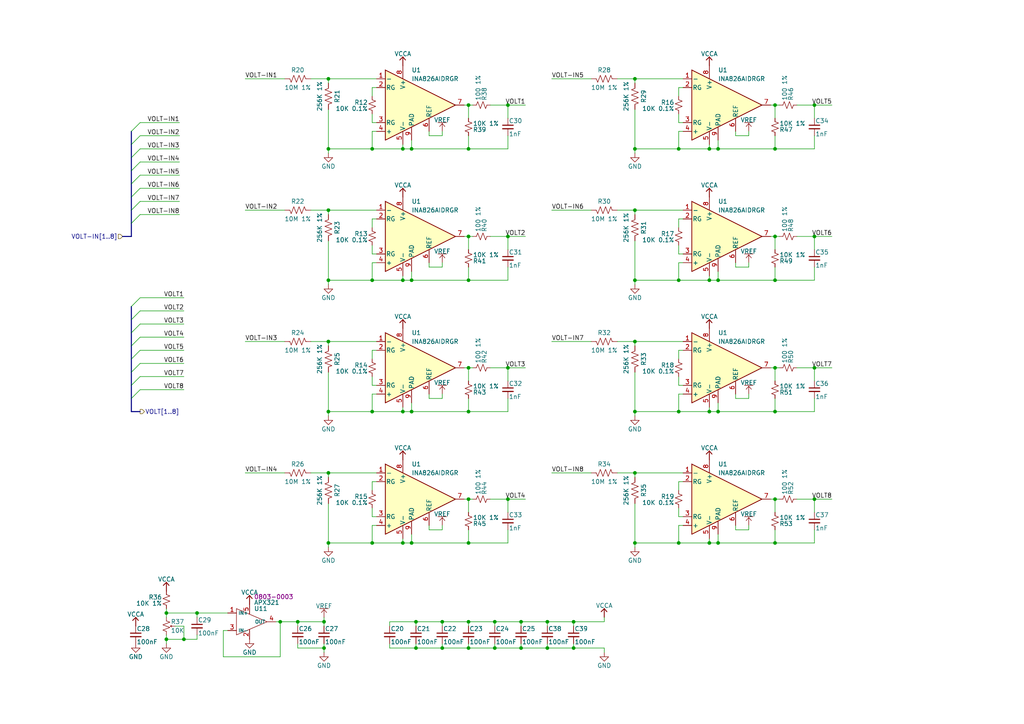
<source format=kicad_sch>
(kicad_sch (version 20230121) (generator eeschema)
  (paper "A4")
  (title_block (title "BenchyReloaded Volt Meters") (rev "REV1") (company "Daxxn Industries"))
  (lib_symbols
    (symbol "Daxxn_OPAMP:APX321"
      (property "Reference" "U" (at 5.08 3.81 0))
      (property "Value" "APX321" (at 5.08 5.588 0))
      (property "PartNumber" "0803-0003" (at 5.08 7.239 0))
      (symbol "APX321_0_0"
        (pin bidirectional line (at -2.54 2.54 0) (length 2.54) (name "IN+") (number "1"))
        (pin power_in line (at 3.81 -5.08 90) (length 2.82) (name "V-") (number "2"))
        (pin bidirectional line (at -2.54 -2.54 0) (length 2.54) (name "IN-") (number "3"))
        (pin bidirectional line (at 11.43 0 180) (length 2.54) (name "OUT") (number "4"))
        (pin power_in line (at 3.81 5.08 270) (length 2.82) (name "V+") (number "5"))
      )
    )
    (symbol "Daxxn_OPAMP:INA826AIDRGR" (pin_names (offset 0.2))
      (property "Reference" "U" (at 0 10.16 0))
      (property "Value" "INA826AIDRGR" (at 0 7.62 0))
      (symbol "INA826AIDRGR_1_1"
        (pin input line (at -11.43 7.62 0) (length 2.54) (name "-") (number "1"))
        (pin passive line (at -11.43 5.08 0) (length 2.54) (name "RG") (number "2"))
        (pin passive line (at -11.43 -5.08 0) (length 2.54) (name "RG") (number "3"))
        (pin input line (at -11.43 -7.62 0) (length 2.54) (name "+") (number "4"))
        (pin power_in line (at -3.81 -11.43 90) (length 3.81) (name "V-") (number "5"))
        (pin input line (at 3.81 -7.62 90) (length 3.81) (name "REF") (number "6"))
        (pin output line (at 13.97 0 180) (length 2.54) (name "~") (number "7"))
        (pin power_in line (at -3.81 11.43 270) (length 3.81) (name "V+") (number "8"))
        (pin power_in line (at -1.27 -10.16 90) (length 3.81) (name "PAD") (number "9"))
      )
    )
    (symbol "Daxxn_Other:R_Pot_Small_US" (pin_numbers hide) (pin_names (offset 0.254) hide)
      (property "Reference" "R" (at 1.27 1.27 0))
      (property "Value" "R_Pot_Small_US" (at 1.27 -1.27 0))
      (symbol "R_Pot_Small_US_1_1"
        (pin passive line (at 0 2.54 270) (length 1.016) (name "~") (number "1"))
        (pin passive line (at 2.54 0 180) (length 0.75) (name "~") (number "2"))
        (pin passive line (at 0 -2.54 90) (length 1.016) (name "~") (number "3"))
      )
    )
    (symbol "Daxxn_Power:VCCA" (power) (pin_names (offset 0))
      (property "Value" "VCCA" (at 0 3.429 0))
      (symbol "VCCA_1_1"
        (pin power_in line (at 0 0 90) (length 0) hide (name "VCCA") (number "1"))
      )
    )
    (symbol "Daxxn_Power:VREF" (power) (in_bom no) (on_board no)
      (property "Value" "VREF" (at 0 3.302 0))
      (symbol "VREF_0_0"
        (pin power_in line (at 0 0 90) (length 0) hide (name "VREF") (number "1"))
      )
    )
    (symbol "Device:C_Small" (pin_numbers hide) (pin_names (offset 0.254) hide)
      (property "Reference" "C" (at 0.254 1.778 0))
      (property "Value" "C_Small" (at 0.254 -2.032 0))
      (symbol "C_Small_1_1"
        (pin passive line (at 0 2.54 270) (length 2.032) (name "~") (number "1"))
        (pin passive line (at 0 -2.54 90) (length 2.032) (name "~") (number "2"))
      )
    )
    (symbol "Device:R_Small_US" (pin_numbers hide) (pin_names (offset 0.254) hide)
      (property "Reference" "R" (at 0.762 0.508 0))
      (property "Value" "R_Small_US" (at 0.762 -1.016 0))
      (symbol "R_Small_US_1_1"
        (pin passive line (at 0 2.54 270) (length 1.016) (name "~") (number "1"))
        (pin passive line (at 0 -2.54 90) (length 1.016) (name "~") (number "2"))
      )
    )
    (symbol "Device:R_US" (pin_numbers hide) (pin_names (offset 0))
      (property "Reference" "R" (at 2.54 0 90))
      (property "Value" "R_US" (at -2.54 0 90))
      (symbol "R_US_1_1"
        (pin passive line (at 0 3.81 270) (length 1.27) (name "~") (number "1"))
        (pin passive line (at 0 -3.81 90) (length 1.27) (name "~") (number "2"))
      )
    )
    (symbol "power:GND" (power) (pin_names (offset 0))
      (property "Value" "GND" (at 0 -3.81 0))
      (symbol "GND_1_1"
        (pin power_in line (at 0 0 270) (length 0) hide (name "GND") (number "1"))
      )
    )
  )
  (junction (at 57.15 177.8))
  (junction (at 107.95 157.48))
  (junction (at 120.65 187.96))
  (junction (at 93.98 180.34))
  (junction (at 208.28 81.28))
  (junction (at 205.74 43.18))
  (junction (at 135.89 180.34))
  (junction (at 184.15 137.16))
  (junction (at 95.25 119.38))
  (junction (at 166.37 180.34))
  (junction (at 184.15 22.86))
  (junction (at 184.15 99.06))
  (junction (at 208.28 119.38))
  (junction (at 116.84 119.38))
  (junction (at 135.89 30.48))
  (junction (at 95.25 81.28))
  (junction (at 158.75 180.34))
  (junction (at 208.28 43.18))
  (junction (at 151.13 180.34))
  (junction (at 135.89 81.28))
  (junction (at 196.85 43.18))
  (junction (at 151.13 187.96))
  (junction (at 107.95 81.28))
  (junction (at 196.85 81.28))
  (junction (at 95.25 43.18))
  (junction (at 116.84 157.48))
  (junction (at 224.79 119.38))
  (junction (at 143.51 180.34))
  (junction (at 205.74 81.28))
  (junction (at 135.89 187.96))
  (junction (at 236.22 30.48))
  (junction (at 95.25 99.06))
  (junction (at 205.74 119.38))
  (junction (at 224.79 43.18))
  (junction (at 135.89 157.48))
  (junction (at 205.74 157.48))
  (junction (at 119.38 119.38))
  (junction (at 120.65 180.34))
  (junction (at 147.32 106.68))
  (junction (at 184.15 60.96))
  (junction (at 147.32 30.48))
  (junction (at 224.79 81.28))
  (junction (at 224.79 30.48))
  (junction (at 95.25 137.16))
  (junction (at 184.15 81.28))
  (junction (at 236.22 106.68))
  (junction (at 107.95 119.38))
  (junction (at 95.25 157.48))
  (junction (at 81.28 180.34))
  (junction (at 135.89 106.68))
  (junction (at 95.25 22.86))
  (junction (at 224.79 106.68))
  (junction (at 143.51 187.96))
  (junction (at 196.85 157.48))
  (junction (at 135.89 43.18))
  (junction (at 224.79 157.48))
  (junction (at 86.36 180.34))
  (junction (at 128.27 187.96))
  (junction (at 116.84 81.28))
  (junction (at 107.95 43.18))
  (junction (at 208.28 157.48))
  (junction (at 119.38 81.28))
  (junction (at 184.15 43.18))
  (junction (at 196.85 119.38))
  (junction (at 48.26 185.42))
  (junction (at 48.26 177.8))
  (junction (at 184.15 119.38))
  (junction (at 53.34 185.42))
  (junction (at 158.75 187.96))
  (junction (at 224.79 144.78))
  (junction (at 119.38 43.18))
  (junction (at 184.15 157.48))
  (junction (at 166.37 187.96))
  (junction (at 135.89 119.38))
  (junction (at 116.84 43.18))
  (junction (at 119.38 157.48))
  (junction (at 135.89 144.78))
  (junction (at 93.98 187.96))
  (junction (at 236.22 144.78))
  (junction (at 128.27 180.34))
  (junction (at 147.32 68.58))
  (junction (at 224.79 68.58))
  (junction (at 236.22 68.58))
  (junction (at 147.32 144.78))
  (junction (at 95.25 60.96))
  (junction (at 135.89 68.58))
  (bus_entry (at 38.1 115.57) (size 2.54 -2.54))
  (bus_entry (at 38.1 45.72) (size 2.54 -2.54))
  (bus_entry (at 38.1 49.53) (size 2.54 -2.54))
  (bus_entry (at 38.1 41.91) (size 2.54 -2.54))
  (bus_entry (at 38.1 107.95) (size 2.54 -2.54))
  (bus_entry (at 38.1 53.34) (size 2.54 -2.54))
  (bus_entry (at 38.1 96.52) (size 2.54 -2.54))
  (bus_entry (at 38.1 64.77) (size 2.54 -2.54))
  (bus_entry (at 38.1 60.96) (size 2.54 -2.54))
  (bus_entry (at 38.1 111.76) (size 2.54 -2.54))
  (bus_entry (at 38.1 104.14) (size 2.54 -2.54))
  (bus_entry (at 38.1 88.9) (size 2.54 -2.54))
  (bus_entry (at 38.1 57.15) (size 2.54 -2.54))
  (bus_entry (at 38.1 92.71) (size 2.54 -2.54))
  (bus_entry (at 38.1 38.1) (size 2.54 -2.54))
  (bus_entry (at 38.1 100.33) (size 2.54 -2.54))
  (wire (pts (xy 151.13 187.96) (xy 151.13 186.69)))
  (wire (pts (xy 128.27 114.3) (xy 128.27 115.57)))
  (wire (pts (xy 40.64 58.42) (xy 52.07 58.42)))
  (wire (pts (xy 196.85 114.3) (xy 198.12 114.3)))
  (bus (pts (xy 38.1 64.77) (xy 38.1 68.58)))
  (wire (pts (xy 147.32 68.58) (xy 152.4 68.58)))
  (wire (pts (xy 107.95 38.1) (xy 109.22 38.1)))
  (wire (pts (xy 95.25 81.28) (xy 95.25 82.55)))
  (wire (pts (xy 107.95 147.32) (xy 107.95 149.86)))
  (wire (pts (xy 196.85 101.6) (xy 198.12 101.6)))
  (wire (pts (xy 213.36 115.57) (xy 217.17 115.57)))
  (bus (pts (xy 38.1 49.53) (xy 38.1 53.34)))
  (wire (pts (xy 107.95 139.7) (xy 109.22 139.7)))
  (wire (pts (xy 48.26 176.53) (xy 48.26 177.8)))
  (wire (pts (xy 71.12 60.96) (xy 82.55 60.96)))
  (wire (pts (xy 184.15 99.06) (xy 198.12 99.06)))
  (wire (pts (xy 40.64 90.17) (xy 53.34 90.17)))
  (wire (pts (xy 48.26 177.8) (xy 48.26 179.07)))
  (wire (pts (xy 236.22 30.48) (xy 236.22 34.29)))
  (wire (pts (xy 184.15 43.18) (xy 184.15 44.45)))
  (wire (pts (xy 135.89 115.57) (xy 135.89 119.38)))
  (wire (pts (xy 116.84 80.01) (xy 116.84 81.28)))
  (wire (pts (xy 147.32 68.58) (xy 147.32 72.39)))
  (wire (pts (xy 40.64 97.79) (xy 53.34 97.79)))
  (wire (pts (xy 236.22 144.78) (xy 241.3 144.78)))
  (wire (pts (xy 224.79 81.28) (xy 208.28 81.28)))
  (bus (pts (xy 38.1 104.14) (xy 38.1 107.95)))
  (wire (pts (xy 119.38 78.74) (xy 119.38 81.28)))
  (wire (pts (xy 124.46 38.1) (xy 124.46 39.37)))
  (wire (pts (xy 205.74 157.48) (xy 208.28 157.48)))
  (wire (pts (xy 196.85 71.12) (xy 196.85 73.66)))
  (wire (pts (xy 208.28 40.64) (xy 208.28 43.18)))
  (bus (pts (xy 38.1 38.1) (xy 38.1 41.91)))
  (wire (pts (xy 128.27 180.34) (xy 135.89 180.34)))
  (wire (pts (xy 107.95 101.6) (xy 109.22 101.6)))
  (wire (pts (xy 135.89 106.68) (xy 137.16 106.68)))
  (wire (pts (xy 196.85 25.4) (xy 198.12 25.4)))
  (wire (pts (xy 107.95 149.86) (xy 109.22 149.86)))
  (wire (pts (xy 224.79 39.37) (xy 224.79 43.18)))
  (wire (pts (xy 64.77 182.88) (xy 64.77 190.5)))
  (wire (pts (xy 231.14 30.48) (xy 236.22 30.48)))
  (wire (pts (xy 196.85 157.48) (xy 196.85 152.4)))
  (wire (pts (xy 205.74 118.11) (xy 205.74 119.38)))
  (wire (pts (xy 95.25 107.95) (xy 95.25 119.38)))
  (wire (pts (xy 119.38 154.94) (xy 119.38 157.48)))
  (wire (pts (xy 128.27 180.34) (xy 128.27 181.61)))
  (wire (pts (xy 143.51 187.96) (xy 151.13 187.96)))
  (wire (pts (xy 196.85 111.76) (xy 198.12 111.76)))
  (wire (pts (xy 50.8 181.61) (xy 53.34 181.61)))
  (wire (pts (xy 196.85 139.7) (xy 198.12 139.7)))
  (wire (pts (xy 107.95 111.76) (xy 109.22 111.76)))
  (wire (pts (xy 236.22 115.57) (xy 236.22 119.38)))
  (wire (pts (xy 217.17 39.37) (xy 217.17 38.1)))
  (wire (pts (xy 142.24 106.68) (xy 147.32 106.68)))
  (wire (pts (xy 208.28 78.74) (xy 208.28 81.28)))
  (bus (pts (xy 38.1 115.57) (xy 38.1 119.38)))
  (wire (pts (xy 184.15 137.16) (xy 179.07 137.16)))
  (wire (pts (xy 120.65 186.69) (xy 120.65 187.96)))
  (wire (pts (xy 135.89 119.38) (xy 119.38 119.38)))
  (bus (pts (xy 38.1 60.96) (xy 38.1 64.77)))
  (wire (pts (xy 53.34 185.42) (xy 48.26 185.42)))
  (wire (pts (xy 143.51 180.34) (xy 143.51 181.61)))
  (wire (pts (xy 196.85 73.66) (xy 198.12 73.66)))
  (wire (pts (xy 213.36 152.4) (xy 213.36 153.67)))
  (wire (pts (xy 184.15 60.96) (xy 179.07 60.96)))
  (wire (pts (xy 86.36 180.34) (xy 93.98 180.34)))
  (wire (pts (xy 57.15 177.8) (xy 66.04 177.8)))
  (wire (pts (xy 213.36 76.2) (xy 213.36 77.47)))
  (wire (pts (xy 116.84 118.11) (xy 116.84 119.38)))
  (wire (pts (xy 196.85 81.28) (xy 205.74 81.28)))
  (wire (pts (xy 217.17 152.4) (xy 217.17 153.67)))
  (wire (pts (xy 175.26 187.96) (xy 166.37 187.96)))
  (wire (pts (xy 71.12 137.16) (xy 82.55 137.16)))
  (wire (pts (xy 95.25 146.05) (xy 95.25 157.48)))
  (wire (pts (xy 113.03 187.96) (xy 120.65 187.96)))
  (wire (pts (xy 95.25 31.75) (xy 95.25 43.18)))
  (wire (pts (xy 135.89 34.29) (xy 135.89 30.48)))
  (wire (pts (xy 196.85 63.5) (xy 198.12 63.5)))
  (wire (pts (xy 236.22 77.47) (xy 236.22 81.28)))
  (wire (pts (xy 196.85 43.18) (xy 205.74 43.18)))
  (wire (pts (xy 107.95 43.18) (xy 116.84 43.18)))
  (wire (pts (xy 236.22 39.37) (xy 236.22 43.18)))
  (wire (pts (xy 95.25 60.96) (xy 95.25 62.23)))
  (wire (pts (xy 93.98 187.96) (xy 93.98 186.69)))
  (wire (pts (xy 147.32 115.57) (xy 147.32 119.38)))
  (wire (pts (xy 224.79 144.78) (xy 226.06 144.78)))
  (wire (pts (xy 107.95 43.18) (xy 107.95 38.1)))
  (wire (pts (xy 158.75 186.69) (xy 158.75 187.96)))
  (wire (pts (xy 147.32 77.47) (xy 147.32 81.28)))
  (wire (pts (xy 224.79 72.39) (xy 224.79 68.58)))
  (wire (pts (xy 40.64 62.23) (xy 52.07 62.23)))
  (wire (pts (xy 147.32 81.28) (xy 135.89 81.28)))
  (wire (pts (xy 158.75 180.34) (xy 151.13 180.34)))
  (wire (pts (xy 135.89 187.96) (xy 143.51 187.96)))
  (wire (pts (xy 107.95 109.22) (xy 107.95 111.76)))
  (wire (pts (xy 184.15 81.28) (xy 196.85 81.28)))
  (wire (pts (xy 160.02 60.96) (xy 171.45 60.96)))
  (wire (pts (xy 175.26 187.96) (xy 175.26 189.23)))
  (wire (pts (xy 40.64 43.18) (xy 52.07 43.18)))
  (wire (pts (xy 135.89 157.48) (xy 147.32 157.48)))
  (wire (pts (xy 135.89 180.34) (xy 135.89 181.61)))
  (wire (pts (xy 135.89 186.69) (xy 135.89 187.96)))
  (wire (pts (xy 147.32 153.67) (xy 147.32 157.48)))
  (wire (pts (xy 81.28 190.5) (xy 81.28 180.34)))
  (wire (pts (xy 95.25 69.85) (xy 95.25 81.28)))
  (wire (pts (xy 124.46 153.67) (xy 128.27 153.67)))
  (wire (pts (xy 107.95 25.4) (xy 109.22 25.4)))
  (wire (pts (xy 143.51 180.34) (xy 151.13 180.34)))
  (wire (pts (xy 205.74 43.18) (xy 208.28 43.18)))
  (wire (pts (xy 147.32 39.37) (xy 147.32 43.18)))
  (wire (pts (xy 120.65 180.34) (xy 128.27 180.34)))
  (wire (pts (xy 166.37 186.69) (xy 166.37 187.96)))
  (wire (pts (xy 66.04 182.88) (xy 64.77 182.88)))
  (wire (pts (xy 147.32 144.78) (xy 147.32 148.59)))
  (wire (pts (xy 236.22 68.58) (xy 236.22 72.39)))
  (wire (pts (xy 208.28 154.94) (xy 208.28 157.48)))
  (wire (pts (xy 124.46 39.37) (xy 128.27 39.37)))
  (wire (pts (xy 86.36 180.34) (xy 86.36 181.61)))
  (wire (pts (xy 217.17 115.57) (xy 217.17 114.3)))
  (wire (pts (xy 40.64 50.8) (xy 52.07 50.8)))
  (wire (pts (xy 57.15 177.8) (xy 57.15 179.07)))
  (wire (pts (xy 95.25 137.16) (xy 90.17 137.16)))
  (wire (pts (xy 40.64 101.6) (xy 53.34 101.6)))
  (wire (pts (xy 107.95 139.7) (xy 107.95 142.24)))
  (bus (pts (xy 40.64 119.38) (xy 38.1 119.38)))
  (wire (pts (xy 135.89 144.78) (xy 137.16 144.78)))
  (wire (pts (xy 224.79 148.59) (xy 224.79 144.78)))
  (wire (pts (xy 95.25 22.86) (xy 109.22 22.86)))
  (wire (pts (xy 135.89 72.39) (xy 135.89 68.58)))
  (wire (pts (xy 224.79 106.68) (xy 226.06 106.68)))
  (wire (pts (xy 116.84 41.91) (xy 116.84 43.18)))
  (bus (pts (xy 38.1 53.34) (xy 38.1 57.15)))
  (wire (pts (xy 231.14 144.78) (xy 236.22 144.78)))
  (wire (pts (xy 128.27 39.37) (xy 128.27 38.1)))
  (wire (pts (xy 81.28 180.34) (xy 86.36 180.34)))
  (wire (pts (xy 135.89 148.59) (xy 135.89 144.78)))
  (wire (pts (xy 40.64 86.36) (xy 53.34 86.36)))
  (wire (pts (xy 142.24 30.48) (xy 147.32 30.48)))
  (wire (pts (xy 135.89 81.28) (xy 119.38 81.28)))
  (wire (pts (xy 95.25 157.48) (xy 107.95 157.48)))
  (wire (pts (xy 40.64 105.41) (xy 53.34 105.41)))
  (wire (pts (xy 120.65 187.96) (xy 128.27 187.96)))
  (wire (pts (xy 184.15 119.38) (xy 196.85 119.38)))
  (wire (pts (xy 160.02 137.16) (xy 171.45 137.16)))
  (wire (pts (xy 48.26 177.8) (xy 57.15 177.8)))
  (wire (pts (xy 48.26 185.42) (xy 48.26 186.69)))
  (bus (pts (xy 38.1 111.76) (xy 38.1 115.57)))
  (wire (pts (xy 196.85 101.6) (xy 196.85 104.14)))
  (wire (pts (xy 107.95 119.38) (xy 107.95 114.3)))
  (wire (pts (xy 53.34 181.61) (xy 53.34 185.42)))
  (wire (pts (xy 107.95 73.66) (xy 109.22 73.66)))
  (wire (pts (xy 40.64 113.03) (xy 53.34 113.03)))
  (wire (pts (xy 184.15 69.85) (xy 184.15 81.28)))
  (wire (pts (xy 134.62 30.48) (xy 135.89 30.48)))
  (wire (pts (xy 95.25 157.48) (xy 95.25 158.75)))
  (wire (pts (xy 196.85 147.32) (xy 196.85 149.86)))
  (wire (pts (xy 40.64 93.98) (xy 53.34 93.98)))
  (wire (pts (xy 135.89 30.48) (xy 137.16 30.48)))
  (wire (pts (xy 175.26 179.07) (xy 175.26 180.34)))
  (wire (pts (xy 196.85 43.18) (xy 196.85 38.1)))
  (wire (pts (xy 95.25 60.96) (xy 90.17 60.96)))
  (wire (pts (xy 113.03 186.69) (xy 113.03 187.96)))
  (wire (pts (xy 95.25 119.38) (xy 95.25 120.65)))
  (wire (pts (xy 158.75 181.61) (xy 158.75 180.34)))
  (wire (pts (xy 143.51 186.69) (xy 143.51 187.96)))
  (wire (pts (xy 184.15 137.16) (xy 184.15 138.43)))
  (wire (pts (xy 116.84 43.18) (xy 119.38 43.18)))
  (wire (pts (xy 217.17 77.47) (xy 217.17 76.2)))
  (wire (pts (xy 213.36 38.1) (xy 213.36 39.37)))
  (wire (pts (xy 135.89 68.58) (xy 137.16 68.58)))
  (wire (pts (xy 95.25 81.28) (xy 107.95 81.28)))
  (wire (pts (xy 124.46 77.47) (xy 128.27 77.47)))
  (wire (pts (xy 196.85 63.5) (xy 196.85 66.04)))
  (wire (pts (xy 40.64 35.56) (xy 52.07 35.56)))
  (wire (pts (xy 213.36 77.47) (xy 217.17 77.47)))
  (wire (pts (xy 116.84 157.48) (xy 119.38 157.48)))
  (wire (pts (xy 107.95 71.12) (xy 107.95 73.66)))
  (wire (pts (xy 224.79 115.57) (xy 224.79 119.38)))
  (wire (pts (xy 147.32 30.48) (xy 152.4 30.48)))
  (wire (pts (xy 135.89 110.49) (xy 135.89 106.68)))
  (wire (pts (xy 107.95 119.38) (xy 95.25 119.38)))
  (wire (pts (xy 196.85 109.22) (xy 196.85 111.76)))
  (wire (pts (xy 124.46 76.2) (xy 124.46 77.47)))
  (wire (pts (xy 224.79 77.47) (xy 224.79 81.28)))
  (wire (pts (xy 205.74 41.91) (xy 205.74 43.18)))
  (wire (pts (xy 166.37 180.34) (xy 166.37 181.61)))
  (wire (pts (xy 128.27 77.47) (xy 128.27 76.2)))
  (wire (pts (xy 224.79 119.38) (xy 208.28 119.38)))
  (wire (pts (xy 224.79 34.29) (xy 224.79 30.48)))
  (wire (pts (xy 196.85 25.4) (xy 196.85 27.94)))
  (wire (pts (xy 160.02 99.06) (xy 171.45 99.06)))
  (wire (pts (xy 184.15 81.28) (xy 184.15 82.55)))
  (wire (pts (xy 80.01 180.34) (xy 81.28 180.34)))
  (bus (pts (xy 38.1 57.15) (xy 38.1 60.96)))
  (wire (pts (xy 95.25 22.86) (xy 95.25 24.13)))
  (wire (pts (xy 158.75 187.96) (xy 151.13 187.96)))
  (wire (pts (xy 124.46 152.4) (xy 124.46 153.67)))
  (wire (pts (xy 116.84 119.38) (xy 119.38 119.38)))
  (wire (pts (xy 184.15 99.06) (xy 179.07 99.06)))
  (wire (pts (xy 134.62 144.78) (xy 135.89 144.78)))
  (wire (pts (xy 224.79 68.58) (xy 226.06 68.58)))
  (wire (pts (xy 57.15 184.15) (xy 57.15 185.42)))
  (wire (pts (xy 205.74 80.01) (xy 205.74 81.28)))
  (wire (pts (xy 208.28 116.84) (xy 208.28 119.38)))
  (wire (pts (xy 71.12 99.06) (xy 82.55 99.06)))
  (bus (pts (xy 38.1 100.33) (xy 38.1 104.14)))
  (wire (pts (xy 107.95 81.28) (xy 116.84 81.28)))
  (wire (pts (xy 107.95 152.4) (xy 107.95 157.48)))
  (wire (pts (xy 184.15 157.48) (xy 196.85 157.48)))
  (wire (pts (xy 134.62 106.68) (xy 135.89 106.68)))
  (wire (pts (xy 116.84 81.28) (xy 119.38 81.28)))
  (wire (pts (xy 107.95 63.5) (xy 107.95 66.04)))
  (wire (pts (xy 196.85 38.1) (xy 198.12 38.1)))
  (wire (pts (xy 107.95 114.3) (xy 109.22 114.3)))
  (wire (pts (xy 95.25 43.18) (xy 95.25 44.45)))
  (wire (pts (xy 95.25 22.86) (xy 90.17 22.86)))
  (wire (pts (xy 64.77 190.5) (xy 81.28 190.5)))
  (wire (pts (xy 107.95 81.28) (xy 107.95 76.2)))
  (wire (pts (xy 184.15 146.05) (xy 184.15 157.48)))
  (wire (pts (xy 107.95 33.02) (xy 107.95 35.56)))
  (wire (pts (xy 107.95 157.48) (xy 116.84 157.48)))
  (wire (pts (xy 224.79 157.48) (xy 208.28 157.48)))
  (wire (pts (xy 224.79 43.18) (xy 208.28 43.18)))
  (wire (pts (xy 93.98 187.96) (xy 93.98 189.23)))
  (wire (pts (xy 224.79 153.67) (xy 224.79 157.48)))
  (wire (pts (xy 147.32 144.78) (xy 152.4 144.78)))
  (wire (pts (xy 142.24 68.58) (xy 147.32 68.58)))
  (wire (pts (xy 147.32 30.48) (xy 147.32 34.29)))
  (wire (pts (xy 135.89 180.34) (xy 143.51 180.34)))
  (wire (pts (xy 135.89 77.47) (xy 135.89 81.28)))
  (wire (pts (xy 184.15 60.96) (xy 184.15 62.23)))
  (bus (pts (xy 38.1 92.71) (xy 38.1 96.52)))
  (wire (pts (xy 124.46 115.57) (xy 128.27 115.57)))
  (wire (pts (xy 231.14 106.68) (xy 236.22 106.68)))
  (wire (pts (xy 107.95 76.2) (xy 109.22 76.2)))
  (wire (pts (xy 95.25 137.16) (xy 95.25 138.43)))
  (bus (pts (xy 38.1 41.91) (xy 38.1 45.72)))
  (wire (pts (xy 224.79 43.18) (xy 236.22 43.18)))
  (wire (pts (xy 40.64 39.37) (xy 52.07 39.37)))
  (wire (pts (xy 119.38 40.64) (xy 119.38 43.18)))
  (wire (pts (xy 120.65 180.34) (xy 120.65 181.61)))
  (bus (pts (xy 38.1 88.9) (xy 38.1 92.71)))
  (wire (pts (xy 95.25 60.96) (xy 109.22 60.96)))
  (wire (pts (xy 236.22 30.48) (xy 241.3 30.48)))
  (wire (pts (xy 93.98 180.34) (xy 93.98 181.61)))
  (wire (pts (xy 116.84 156.21) (xy 116.84 157.48)))
  (wire (pts (xy 184.15 22.86) (xy 198.12 22.86)))
  (wire (pts (xy 213.36 39.37) (xy 217.17 39.37)))
  (wire (pts (xy 184.15 22.86) (xy 179.07 22.86)))
  (wire (pts (xy 107.95 25.4) (xy 107.95 27.94)))
  (wire (pts (xy 119.38 116.84) (xy 119.38 119.38)))
  (wire (pts (xy 93.98 179.07) (xy 93.98 180.34)))
  (wire (pts (xy 184.15 119.38) (xy 184.15 120.65)))
  (wire (pts (xy 184.15 22.86) (xy 184.15 24.13)))
  (wire (pts (xy 113.03 180.34) (xy 120.65 180.34)))
  (wire (pts (xy 95.25 137.16) (xy 109.22 137.16)))
  (wire (pts (xy 107.95 63.5) (xy 109.22 63.5)))
  (wire (pts (xy 223.52 144.78) (xy 224.79 144.78)))
  (wire (pts (xy 86.36 186.69) (xy 86.36 187.96)))
  (wire (pts (xy 224.79 81.28) (xy 236.22 81.28)))
  (wire (pts (xy 223.52 106.68) (xy 224.79 106.68)))
  (wire (pts (xy 196.85 33.02) (xy 196.85 35.56)))
  (wire (pts (xy 57.15 185.42) (xy 53.34 185.42)))
  (wire (pts (xy 223.52 68.58) (xy 224.79 68.58)))
  (wire (pts (xy 86.36 187.96) (xy 93.98 187.96)))
  (wire (pts (xy 196.85 43.18) (xy 184.15 43.18)))
  (wire (pts (xy 224.79 30.48) (xy 226.06 30.48)))
  (wire (pts (xy 135.89 43.18) (xy 119.38 43.18)))
  (wire (pts (xy 134.62 68.58) (xy 135.89 68.58)))
  (wire (pts (xy 184.15 157.48) (xy 184.15 158.75)))
  (wire (pts (xy 151.13 180.34) (xy 151.13 181.61)))
  (bus (pts (xy 38.1 45.72) (xy 38.1 49.53)))
  (wire (pts (xy 147.32 43.18) (xy 135.89 43.18)))
  (wire (pts (xy 142.24 144.78) (xy 147.32 144.78)))
  (wire (pts (xy 196.85 139.7) (xy 196.85 142.24)))
  (wire (pts (xy 184.15 31.75) (xy 184.15 43.18)))
  (wire (pts (xy 95.25 99.06) (xy 95.25 100.33)))
  (bus (pts (xy 35.56 68.58) (xy 38.1 68.58)))
  (wire (pts (xy 128.27 153.67) (xy 128.27 152.4)))
  (wire (pts (xy 147.32 106.68) (xy 147.32 110.49)))
  (wire (pts (xy 175.26 180.34) (xy 166.37 180.34)))
  (wire (pts (xy 236.22 106.68) (xy 236.22 110.49)))
  (wire (pts (xy 224.79 157.48) (xy 236.22 157.48)))
  (wire (pts (xy 135.89 39.37) (xy 135.89 43.18)))
  (wire (pts (xy 184.15 60.96) (xy 198.12 60.96)))
  (wire (pts (xy 184.15 137.16) (xy 198.12 137.16)))
  (wire (pts (xy 95.25 99.06) (xy 90.17 99.06)))
  (wire (pts (xy 236.22 106.68) (xy 241.3 106.68)))
  (wire (pts (xy 40.64 109.22) (xy 53.34 109.22)))
  (wire (pts (xy 213.36 153.67) (xy 217.17 153.67)))
  (wire (pts (xy 231.14 68.58) (xy 236.22 68.58)))
  (wire (pts (xy 184.15 99.06) (xy 184.15 100.33)))
  (wire (pts (xy 236.22 153.67) (xy 236.22 157.48)))
  (wire (pts (xy 196.85 149.86) (xy 198.12 149.86)))
  (bus (pts (xy 38.1 96.52) (xy 38.1 100.33)))
  (wire (pts (xy 135.89 119.38) (xy 147.32 119.38)))
  (wire (pts (xy 196.85 81.28) (xy 196.85 76.2)))
  (wire (pts (xy 196.85 152.4) (xy 198.12 152.4)))
  (wire (pts (xy 213.36 114.3) (xy 213.36 115.57)))
  (wire (pts (xy 160.02 22.86) (xy 171.45 22.86)))
  (wire (pts (xy 107.95 101.6) (xy 107.95 104.14)))
  (wire (pts (xy 40.64 54.61) (xy 52.07 54.61)))
  (wire (pts (xy 236.22 68.58) (xy 241.3 68.58)))
  (wire (pts (xy 71.12 22.86) (xy 82.55 22.86)))
  (wire (pts (xy 40.64 46.99) (xy 52.07 46.99)))
  (wire (pts (xy 224.79 119.38) (xy 236.22 119.38)))
  (wire (pts (xy 196.85 35.56) (xy 198.12 35.56)))
  (wire (pts (xy 223.52 30.48) (xy 224.79 30.48)))
  (wire (pts (xy 48.26 184.15) (xy 48.26 185.42)))
  (wire (pts (xy 196.85 157.48) (xy 205.74 157.48)))
  (wire (pts (xy 196.85 119.38) (xy 196.85 114.3)))
  (wire (pts (xy 158.75 180.34) (xy 166.37 180.34)))
  (bus (pts (xy 38.1 107.95) (xy 38.1 111.76)))
  (wire (pts (xy 95.25 99.06) (xy 109.22 99.06)))
  (wire (pts (xy 128.27 187.96) (xy 135.89 187.96)))
  (wire (pts (xy 205.74 156.21) (xy 205.74 157.48)))
  (wire (pts (xy 124.46 114.3) (xy 124.46 115.57)))
  (wire (pts (xy 113.03 181.61) (xy 113.03 180.34)))
  (wire (pts (xy 135.89 157.48) (xy 119.38 157.48)))
  (wire (pts (xy 107.95 43.18) (xy 95.25 43.18)))
  (wire (pts (xy 224.79 110.49) (xy 224.79 106.68)))
  (wire (pts (xy 205.74 119.38) (xy 208.28 119.38)))
  (wire (pts (xy 236.22 144.78) (xy 236.22 148.59)))
  (wire (pts (xy 184.15 107.95) (xy 184.15 119.38)))
  (wire (pts (xy 205.74 81.28) (xy 208.28 81.28)))
  (wire (pts (xy 147.32 106.68) (xy 152.4 106.68)))
  (wire (pts (xy 107.95 119.38) (xy 116.84 119.38)))
  (wire (pts (xy 196.85 76.2) (xy 198.12 76.2)))
  (wire (pts (xy 196.85 119.38) (xy 205.74 119.38)))
  (wire (pts (xy 135.89 153.67) (xy 135.89 157.48)))
  (wire (pts (xy 109.22 152.4) (xy 107.95 152.4)))
  (wire (pts (xy 158.75 187.96) (xy 166.37 187.96)))
  (wire (pts (xy 128.27 186.69) (xy 128.27 187.96)))
  (wire (pts (xy 107.95 35.56) (xy 109.22 35.56)))
  (label "VOLT-IN2" (at 71.12 60.96 0))
  (label "VOLT-IN1" (at 71.12 22.86 0))
  (label "VOLT-IN4" (at 52.07 46.99 180))
  (label "VOLT2" (at 53.34 90.17 180))
  (label "VOLT8" (at 53.34 113.03 180))
  (label "VOLT-IN6" (at 52.07 54.61 180))
  (label "VOLT5" (at 53.34 101.6 180))
  (label "VOLT-IN5" (at 160.02 22.86 0))
  (label "VOLT7" (at 53.34 109.22 180))
  (label "VOLT-IN8" (at 52.07 62.23 180))
  (label "VOLT-IN7" (at 52.07 58.42 180))
  (label "VOLT4" (at 53.34 97.79 180))
  (label "VOLT5" (at 241.3 30.48 180))
  (label "VOLT7" (at 241.3 106.68 180))
  (label "VOLT-IN2" (at 52.07 39.37 180))
  (label "VOLT-IN1" (at 52.07 35.56 180))
  (label "VOLT-IN3" (at 71.12 99.06 0))
  (label "VOLT-IN6" (at 160.02 60.96 0))
  (label "VOLT3" (at 152.4 106.68 180))
  (label "VOLT6" (at 241.3 68.58 180))
  (label "VOLT1" (at 53.34 86.36 180))
  (label "VOLT-IN4" (at 71.12 137.16 0))
  (label "VOLT-IN3" (at 52.07 43.18 180))
  (label "VOLT-IN8" (at 160.02 137.16 0))
  (label "VOLT-IN7" (at 160.02 99.06 0))
  (label "VOLT-IN5" (at 52.07 50.8 180))
  (label "VOLT3" (at 53.34 93.98 180))
  (label "VOLT4" (at 152.4 144.78 180))
  (label "VOLT1" (at 152.4 30.48 180))
  (label "VOLT2" (at 152.4 68.58 180))
  (label "VOLT8" (at 241.3 144.78 180))
  (label "VOLT6" (at 53.34 105.41 180))
  (hierarchical_label "VOLT[1..8]" (shape output) (at 40.64 119.38 0))
  (hierarchical_label "VOLT-IN[1..8]" (shape input) (at 35.56 68.58 180))
  (symbol (lib_id "Device:R_Small_US") (at 224.79 151.13 0) (unit 1)
    (property "Reference" "R53" (at 226.06 151.892 0) (effects (justify left)))
    (property "Value" "10K 1%" (at 226.06 150.114 0) (effects (justify left)))
    (property "Footprint" "Resistor_SMD:R_0402_1005Metric" (effects hide))
  )
  (symbol (lib_id "Device:C_Small") (at 151.13 184.15 0) (unit 1)
    (property "Reference" "C25" (at 151.384 182.372 0) (effects (justify left)))
    (property "Value" "100nF" (at 151.384 186.182 0) (effects (justify left)))
    (property "Footprint" "Capacitor_SMD:C_0402_1005Metric" (effects hide))
  )
  (symbol (lib_id "Daxxn_OPAMP:INA826AIDRGR") (at 209.55 68.58 0) (unit 1)
    (property "Reference" "U1" (at 208.28 58.42 0) (effects (justify left)))
    (property "Value" "INA826AIDRGR" (at 208.28 60.96 0) (effects (justify left)))
    (property "Footprint" "Daxxn_Packages:Texas_S-PWSON-N8_EP1.2x2mm" (effects hide))
    (property "Datasheet" "https://www.ti.com/lit/ds/symlink/ina826.pdf?HQS=dis-dk-null-digikeymode-dsf-pf-null-wwe&ts=1678579631134&ref_url=https%253A%252F%252Fwww.ti.com%252Fgeneral%252Fdocs%252Fsuppproductinfo.tsp%253FdistId%253D10%2526gotoUrl%253Dhttps%253A%252F%252Fwww.ti.com%252Flit%252Fgpn%252Fina826" (effects hide))
    (instances (project "BenchyVoltMeters" (path "" (reference "U1") (unit 1)) (path "" (reference "U6") (unit 1))))
  )
  (symbol (lib_id "Daxxn_Power:VCCA") (at 116.84 95.25 0) (unit 1)
    (property "Reference" "#PWR031" (effects hide))
    (property "Value" "VCCA" (at 116.84 91.821 0))
  )
  (symbol (lib_id "Daxxn_OPAMP:INA826AIDRGR") (at 120.65 144.78 0) (unit 1)
    (property "Reference" "U1" (at 119.38 134.62 0) (effects (justify left)))
    (property "Value" "INA826AIDRGR" (at 119.38 137.16 0) (effects (justify left)))
    (property "Footprint" "Daxxn_Packages:Texas_S-PWSON-N8_EP1.2x2mm" (effects hide))
    (property "Datasheet" "https://www.ti.com/lit/ds/symlink/ina826.pdf?HQS=dis-dk-null-digikeymode-dsf-pf-null-wwe&ts=1678579631134&ref_url=https%253A%252F%252Fwww.ti.com%252Fgeneral%252Fdocs%252Fsuppproductinfo.tsp%253FdistId%253D10%2526gotoUrl%253Dhttps%253A%252F%252Fwww.ti.com%252Flit%252Fgpn%252Fina826" (effects hide))
    (instances (project "BenchyVoltMeters" (path "" (reference "U1") (unit 1)) (path "" (reference "U4") (unit 1))))
  )
  (symbol (lib_id "Device:C_Small") (at 147.32 151.13 0) (unit 1)
    (property "Reference" "C33" (at 147.574 149.352 0) (effects (justify left)))
    (property "Value" "1nF" (at 147.574 153.162 0) (effects (justify left)))
    (property "Footprint" "Capacitor_SMD:C_0402_1005Metric" (effects hide))
  )
  (symbol (lib_id "Daxxn_OPAMP:INA826AIDRGR") (at 120.65 30.48 0) (unit 1)
    (property "Reference" "U1" (at 119.38 20.32 0) (effects (justify left)))
    (property "Value" "INA826AIDRGR" (at 119.38 22.86 0) (effects (justify left)))
    (property "Footprint" "Daxxn_Packages:Texas_S-PWSON-N8_EP1.2x2mm" (effects hide))
    (property "Datasheet" "https://www.ti.com/lit/ds/symlink/ina826.pdf?HQS=dis-dk-null-digikeymode-dsf-pf-null-wwe&ts=1678579631134&ref_url=https%253A%252F%252Fwww.ti.com%252Fgeneral%252Fdocs%252Fsuppproductinfo.tsp%253FdistId%253D10%2526gotoUrl%253Dhttps%253A%252F%252Fwww.ti.com%252Flit%252Fgpn%252Fina826" (effects hide))
  )
  (symbol (lib_id "Device:C_Small") (at 236.22 36.83 0) (unit 1)
    (property "Reference" "C34" (at 236.474 35.052 0) (effects (justify left)))
    (property "Value" "1nF" (at 236.474 38.862 0) (effects (justify left)))
    (property "Footprint" "Capacitor_SMD:C_0402_1005Metric" (effects hide))
  )
  (symbol (lib_id "Daxxn_Power:VREF") (at 128.27 152.4 0) (unit 1) (in_bom no) (on_board no)
    (property "Reference" "#PWR049" (effects hide))
    (property "Value" "VREF" (at 128.27 149.098 0))
  )
  (symbol (lib_id "Device:R_US") (at 95.25 104.14 0) (mirror x) (unit 1)
    (property "Reference" "R25" (at 97.79 104.14 90))
    (property "Value" "256K 1%" (at 92.71 104.14 90))
    (property "Footprint" "Resistor_SMD:R_0805_2012Metric" (effects hide))
  )
  (symbol (lib_id "Device:C_Small") (at 128.27 184.15 0) (unit 1)
    (property "Reference" "C22" (at 128.524 182.372 0) (effects (justify left)))
    (property "Value" "100nF" (at 128.524 186.182 0) (effects (justify left)))
    (property "Footprint" "Capacitor_SMD:C_0402_1005Metric" (effects hide))
  )
  (symbol (lib_id "Device:C_Small") (at 135.89 184.15 0) (unit 1)
    (property "Reference" "C23" (at 136.144 182.372 0) (effects (justify left)))
    (property "Value" "100nF" (at 136.144 186.182 0) (effects (justify left)))
    (property "Footprint" "Capacitor_SMD:C_0402_1005Metric" (effects hide))
  )
  (symbol (lib_id "Daxxn_Power:VCCA") (at 205.74 133.35 0) (unit 1)
    (property "Reference" "#PWR033" (effects hide))
    (property "Value" "VCCA" (at 205.74 129.921 0))
  )
  (symbol (lib_id "Daxxn_Power:VCCA") (at 116.84 57.15 0) (unit 1)
    (property "Reference" "#PWR030" (effects hide))
    (property "Value" "VCCA" (at 116.84 53.721 0))
  )
  (symbol (lib_id "Device:C_Small") (at 236.22 113.03 0) (unit 1)
    (property "Reference" "C36" (at 236.474 111.252 0) (effects (justify left)))
    (property "Value" "1nF" (at 236.474 115.062 0) (effects (justify left)))
    (property "Footprint" "Capacitor_SMD:C_0402_1005Metric" (effects hide))
  )
  (symbol (lib_id "Device:R_Small_US") (at 224.79 74.93 0) (unit 1)
    (property "Reference" "R49" (at 226.06 75.692 0) (effects (justify left)))
    (property "Value" "10K 1%" (at 226.06 73.914 0) (effects (justify left)))
    (property "Footprint" "Resistor_SMD:R_0402_1005Metric" (effects hide))
  )
  (symbol (lib_id "Daxxn_Power:VCCA") (at 72.39 175.26 0) (unit 1)
    (property "Reference" "#PWR036" (effects hide))
    (property "Value" "VCCA" (at 72.39 171.831 0))
  )
  (symbol (lib_id "Device:C_Small") (at 113.03 184.15 0) (unit 1)
    (property "Reference" "C20" (at 113.284 182.372 0) (effects (justify left)))
    (property "Value" "100nF" (at 113.284 186.182 0) (effects (justify left)))
    (property "Footprint" "Capacitor_SMD:C_0402_1005Metric" (effects hide))
  )
  (symbol (lib_id "Daxxn_Power:VCCA") (at 205.74 95.25 0) (unit 1)
    (property "Reference" "#PWR032" (effects hide))
    (property "Value" "VCCA" (at 205.74 91.821 0))
  )
  (symbol (lib_id "Device:R_US") (at 184.15 104.14 0) (mirror x) (unit 1)
    (property "Reference" "R33" (at 186.69 104.14 90))
    (property "Value" "256K 1%" (at 181.61 104.14 90))
    (property "Footprint" "Resistor_SMD:R_0805_2012Metric" (effects hide))
  )
  (symbol (lib_id "Daxxn_Power:VCCA") (at 116.84 133.35 0) (unit 1)
    (property "Reference" "#PWR034" (effects hide))
    (property "Value" "VCCA" (at 116.84 129.921 0))
  )
  (symbol (lib_id "Device:R_Small_US") (at 135.89 113.03 0) (unit 1)
    (property "Reference" "R43" (at 137.16 113.792 0) (effects (justify left)))
    (property "Value" "10K 1%" (at 137.16 112.014 0) (effects (justify left)))
    (property "Footprint" "Resistor_SMD:R_0402_1005Metric" (effects hide))
  )
  (symbol (lib_id "Device:R_Small_US") (at 107.95 30.48 180) (unit 1)
    (property "Reference" "R12" (at 106.68 29.718 0) (effects (justify left)))
    (property "Value" "10K 0.1%" (at 106.68 31.496 0) (effects (justify left)))
    (property "Footprint" "Resistor_SMD:R_0402_1005Metric" (effects hide))
  )
  (symbol (lib_id "Device:R_US") (at 175.26 137.16 270) (mirror x) (unit 1)
    (property "Reference" "R34" (at 175.26 134.62 90))
    (property "Value" "10M 1%" (at 175.26 139.7 90))
    (property "Footprint" "Resistor_SMD:R_0805_2012Metric" (effects hide))
  )
  (symbol (lib_id "Device:R_US") (at 95.25 142.24 0) (mirror x) (unit 1)
    (property "Reference" "R27" (at 97.79 142.24 90))
    (property "Value" "256K 1%" (at 92.71 142.24 90))
    (property "Footprint" "Resistor_SMD:R_0805_2012Metric" (effects hide))
  )
  (symbol (lib_id "Daxxn_Power:VCCA") (at 39.37 181.61 0) (unit 1)
    (property "Reference" "#PWR039" (effects hide))
    (property "Value" "VCCA" (at 39.37 178.181 0))
  )
  (symbol (lib_id "Daxxn_Power:VCCA") (at 205.74 19.05 0) (unit 1)
    (property "Reference" "#PWR028" (effects hide))
    (property "Value" "VCCA" (at 205.74 15.621 0))
  )
  (symbol (lib_id "Device:R_Small_US") (at 107.95 68.58 180) (unit 1)
    (property "Reference" "R13" (at 106.68 67.818 0) (effects (justify left)))
    (property "Value" "10K 0.1%" (at 106.68 69.596 0) (effects (justify left)))
    (property "Footprint" "Resistor_SMD:R_0402_1005Metric" (effects hide))
  )
  (symbol (lib_id "Device:C_Small") (at 236.22 151.13 0) (unit 1)
    (property "Reference" "C37" (at 236.474 149.352 0) (effects (justify left)))
    (property "Value" "1nF" (at 236.474 153.162 0) (effects (justify left)))
    (property "Footprint" "Capacitor_SMD:C_0402_1005Metric" (effects hide))
  )
  (symbol (lib_id "Device:R_Small_US") (at 228.6 68.58 90) (unit 1)
    (property "Reference" "R48" (at 229.362 67.31 0) (effects (justify left)))
    (property "Value" "100 1%" (at 227.584 67.31 0) (effects (justify left)))
    (property "Footprint" "Resistor_SMD:R_0402_1005Metric" (effects hide))
  )
  (symbol (lib_id "power:GND") (at 184.15 82.55 0) (unit 1)
    (property "Reference" "#PWR025" (effects hide))
    (property "Value" "GND" (at 184.15 86.36 0))
  )
  (symbol (lib_id "Daxxn_OPAMP:INA826AIDRGR") (at 120.65 68.58 0) (unit 1)
    (property "Reference" "U1" (at 119.38 58.42 0) (effects (justify left)))
    (property "Value" "INA826AIDRGR" (at 119.38 60.96 0) (effects (justify left)))
    (property "Footprint" "Daxxn_Packages:Texas_S-PWSON-N8_EP1.2x2mm" (effects hide))
    (property "Datasheet" "https://www.ti.com/lit/ds/symlink/ina826.pdf?HQS=dis-dk-null-digikeymode-dsf-pf-null-wwe&ts=1678579631134&ref_url=https%253A%252F%252Fwww.ti.com%252Fgeneral%252Fdocs%252Fsuppproductinfo.tsp%253FdistId%253D10%2526gotoUrl%253Dhttps%253A%252F%252Fwww.ti.com%252Flit%252Fgpn%252Fina826" (effects hide))
    (instances (project "BenchyVoltMeters" (path "" (reference "U1") (unit 1)) (path "" (reference "U2") (unit 1))))
  )
  (symbol (lib_id "Device:R_Small_US") (at 135.89 36.83 0) (unit 1)
    (property "Reference" "R39" (at 137.16 37.592 0) (effects (justify left)))
    (property "Value" "10K 1%" (at 137.16 35.814 0) (effects (justify left)))
    (property "Footprint" "Resistor_SMD:R_0402_1005Metric" (effects hide))
  )
  (symbol (lib_id "Device:C_Small") (at 120.65 184.15 0) (unit 1)
    (property "Reference" "C21" (at 120.904 182.372 0) (effects (justify left)))
    (property "Value" "100nF" (at 120.904 186.182 0) (effects (justify left)))
    (property "Footprint" "Capacitor_SMD:C_0402_1005Metric" (effects hide))
  )
  (symbol (lib_id "power:GND") (at 95.25 120.65 0) (unit 1)
    (property "Reference" "#PWR021" (effects hide))
    (property "Value" "GND" (at 95.25 124.46 0))
  )
  (symbol (lib_id "Device:R_Small_US") (at 196.85 106.68 180) (unit 1)
    (property "Reference" "R18" (at 195.58 105.918 0) (effects (justify left)))
    (property "Value" "10K 0.1%" (at 195.58 107.696 0) (effects (justify left)))
    (property "Footprint" "Resistor_SMD:R_0402_1005Metric" (effects hide))
  )
  (symbol (lib_id "Device:C_Small") (at 236.22 74.93 0) (unit 1)
    (property "Reference" "C35" (at 236.474 73.152 0) (effects (justify left)))
    (property "Value" "1nF" (at 236.474 76.962 0) (effects (justify left)))
    (property "Footprint" "Capacitor_SMD:C_0402_1005Metric" (effects hide))
  )
  (symbol (lib_id "Device:R_Small_US") (at 107.95 144.78 180) (unit 1)
    (property "Reference" "R15" (at 106.68 144.018 0) (effects (justify left)))
    (property "Value" "10K 0.1%" (at 106.68 145.796 0) (effects (justify left)))
    (property "Footprint" "Resistor_SMD:R_0402_1005Metric" (effects hide))
  )
  (symbol (lib_id "Device:C_Small") (at 147.32 113.03 0) (unit 1)
    (property "Reference" "C32" (at 147.574 111.252 0) (effects (justify left)))
    (property "Value" "1nF" (at 147.574 115.062 0) (effects (justify left)))
    (property "Footprint" "Capacitor_SMD:C_0402_1005Metric" (effects hide))
  )
  (symbol (lib_id "power:GND") (at 48.26 186.69 0) (unit 1)
    (property "Reference" "#PWR038" (effects hide))
    (property "Value" "GND" (at 48.26 190.5 0))
  )
  (symbol (lib_id "Device:R_US") (at 184.15 66.04 0) (mirror x) (unit 1)
    (property "Reference" "R31" (at 186.69 66.04 90))
    (property "Value" "256K 1%" (at 181.61 66.04 90))
    (property "Footprint" "Resistor_SMD:R_0805_2012Metric" (effects hide))
  )
  (symbol (lib_id "Daxxn_Power:VREF") (at 217.17 76.2 0) (unit 1) (in_bom no) (on_board no)
    (property "Reference" "#PWR054" (effects hide))
    (property "Value" "VREF" (at 217.17 72.898 0))
  )
  (symbol (lib_id "Device:R_Small_US") (at 107.95 106.68 180) (unit 1)
    (property "Reference" "R14" (at 106.68 105.918 0) (effects (justify left)))
    (property "Value" "10K 0.1%" (at 106.68 107.696 0) (effects (justify left)))
    (property "Footprint" "Resistor_SMD:R_0402_1005Metric" (effects hide))
  )
  (symbol (lib_id "Device:R_Small_US") (at 196.85 68.58 180) (unit 1)
    (property "Reference" "R17" (at 195.58 67.818 0) (effects (justify left)))
    (property "Value" "10K 0.1%" (at 195.58 69.596 0) (effects (justify left)))
    (property "Footprint" "Resistor_SMD:R_0402_1005Metric" (effects hide))
  )
  (symbol (lib_id "Device:R_Small_US") (at 224.79 113.03 0) (unit 1)
    (property "Reference" "R51" (at 226.06 113.792 0) (effects (justify left)))
    (property "Value" "10K 1%" (at 226.06 112.014 0) (effects (justify left)))
    (property "Footprint" "Resistor_SMD:R_0402_1005Metric" (effects hide))
  )
  (symbol (lib_id "Device:C_Small") (at 86.36 184.15 0) (unit 1)
    (property "Reference" "C26" (at 86.614 182.372 0) (effects (justify left)))
    (property "Value" "100nF" (at 86.614 186.182 0) (effects (justify left)))
    (property "Footprint" "Capacitor_SMD:C_0402_1005Metric" (effects hide))
  )
  (symbol (lib_id "Device:R_Small_US") (at 139.7 144.78 90) (unit 1)
    (property "Reference" "R44" (at 140.462 143.51 0) (effects (justify left)))
    (property "Value" "100 1%" (at 138.684 143.51 0) (effects (justify left)))
    (property "Footprint" "Resistor_SMD:R_0402_1005Metric" (effects hide))
  )
  (symbol (lib_id "Device:R_Small_US") (at 228.6 144.78 90) (unit 1)
    (property "Reference" "R52" (at 229.362 143.51 0) (effects (justify left)))
    (property "Value" "100 1%" (at 227.584 143.51 0) (effects (justify left)))
    (property "Footprint" "Resistor_SMD:R_0402_1005Metric" (effects hide))
  )
  (symbol (lib_id "Device:R_Small_US") (at 135.89 151.13 0) (unit 1)
    (property "Reference" "R45" (at 137.16 151.892 0) (effects (justify left)))
    (property "Value" "10K 1%" (at 137.16 150.114 0) (effects (justify left)))
    (property "Footprint" "Resistor_SMD:R_0402_1005Metric" (effects hide))
  )
  (symbol (lib_id "Device:R_US") (at 175.26 22.86 270) (mirror x) (unit 1)
    (property "Reference" "R28" (at 175.26 20.32 90))
    (property "Value" "10M 1%" (at 175.26 25.4 90))
    (property "Footprint" "Resistor_SMD:R_0805_2012Metric" (effects hide))
  )
  (symbol (lib_id "Device:R_Small_US") (at 228.6 106.68 90) (unit 1)
    (property "Reference" "R50" (at 229.362 105.41 0) (effects (justify left)))
    (property "Value" "100 1%" (at 227.584 105.41 0) (effects (justify left)))
    (property "Footprint" "Resistor_SMD:R_0402_1005Metric" (effects hide))
  )
  (symbol (lib_id "Device:R_Small_US") (at 196.85 144.78 180) (unit 1)
    (property "Reference" "R19" (at 195.58 144.018 0) (effects (justify left)))
    (property "Value" "10K 0.1%" (at 195.58 145.796 0) (effects (justify left)))
    (property "Footprint" "Resistor_SMD:R_0402_1005Metric" (effects hide))
  )
  (symbol (lib_id "Daxxn_Power:VREF") (at 128.27 38.1 0) (unit 1) (in_bom no) (on_board no)
    (property "Reference" "#PWR055" (effects hide))
    (property "Value" "VREF" (at 128.27 34.798 0))
  )
  (symbol (lib_id "Device:C_Small") (at 147.32 36.83 0) (unit 1)
    (property "Reference" "C30" (at 147.574 35.052 0) (effects (justify left)))
    (property "Value" "1nF" (at 147.574 38.862 0) (effects (justify left)))
    (property "Footprint" "Capacitor_SMD:C_0402_1005Metric" (effects hide))
  )
  (symbol (lib_id "Daxxn_Power:VREF") (at 93.98 179.07 0) (unit 1) (in_bom no) (on_board no)
    (property "Reference" "#PWR057" (effects hide))
    (property "Value" "VREF" (at 93.98 175.768 0))
  )
  (symbol (lib_id "power:GND") (at 95.25 158.75 0) (unit 1)
    (property "Reference" "#PWR022" (effects hide))
    (property "Value" "GND" (at 95.25 162.56 0))
  )
  (symbol (lib_id "Daxxn_OPAMP:APX321") (at 68.58 180.34 0) (unit 1)
    (property "Reference" "U11" (at 73.66 176.53 0) (effects (justify left)))
    (property "Value" "APX321" (at 73.66 174.752 0) (effects (justify left)))
    (property "Footprint" "Package_TO_SOT_SMD:SOT-23-5" (effects hide))
    (property "Datasheet" "%LOCAL_DATASHEETS%\\APX321.pdf" (effects hide))
    (property "PartNumber" "0803-0003" (at 73.66 173.101 0) (effects (justify left)))
  )
  (symbol (lib_id "Device:R_US") (at 95.25 66.04 0) (mirror x) (unit 1)
    (property "Reference" "R23" (at 97.79 66.04 90))
    (property "Value" "256K 1%" (at 92.71 66.04 90))
    (property "Footprint" "Resistor_SMD:R_0805_2012Metric" (effects hide))
  )
  (symbol (lib_id "Device:R_US") (at 95.25 27.94 0) (mirror x) (unit 1)
    (property "Reference" "R21" (at 97.79 27.94 90))
    (property "Value" "256K 1%" (at 92.71 27.94 90))
    (property "Footprint" "Resistor_SMD:R_0805_2012Metric" (effects hide))
  )
  (symbol (lib_id "Daxxn_Power:VCCA") (at 175.26 179.07 0) (unit 1)
    (property "Reference" "#PWR017" (effects hide))
    (property "Value" "VCCA" (at 175.26 175.641 0))
  )
  (symbol (lib_id "Device:R_Small_US") (at 196.85 30.48 180) (unit 1)
    (property "Reference" "R16" (at 195.58 29.718 0) (effects (justify left)))
    (property "Value" "10K 0.1%" (at 195.58 31.496 0) (effects (justify left)))
    (property "Footprint" "Resistor_SMD:R_0402_1005Metric" (effects hide))
  )
  (symbol (lib_id "Daxxn_OPAMP:INA826AIDRGR") (at 209.55 106.68 0) (unit 1)
    (property "Reference" "U1" (at 208.28 96.52 0) (effects (justify left)))
    (property "Value" "INA826AIDRGR" (at 208.28 99.06 0) (effects (justify left)))
    (property "Footprint" "Daxxn_Packages:Texas_S-PWSON-N8_EP1.2x2mm" (effects hide))
    (property "Datasheet" "https://www.ti.com/lit/ds/symlink/ina826.pdf?HQS=dis-dk-null-digikeymode-dsf-pf-null-wwe&ts=1678579631134&ref_url=https%253A%252F%252Fwww.ti.com%252Fgeneral%252Fdocs%252Fsuppproductinfo.tsp%253FdistId%253D10%2526gotoUrl%253Dhttps%253A%252F%252Fwww.ti.com%252Flit%252Fgpn%252Fina826" (effects hide))
    (instances (project "BenchyVoltMeters" (path "" (reference "U1") (unit 1)) (path "" (reference "U7") (unit 1))))
  )
  (symbol (lib_id "Device:R_Small_US") (at 48.26 173.99 180) (unit 1)
    (property "Reference" "R36" (at 46.99 173.228 0) (effects (justify left)))
    (property "Value" "10K 1%" (at 46.99 175.006 0) (effects (justify left)))
    (property "Footprint" "Resistor_SMD:R_0402_1005Metric" (effects hide))
  )
  (symbol (lib_id "power:GND") (at 95.25 44.45 0) (unit 1)
    (property "Reference" "#PWR019" (effects hide))
    (property "Value" "GND" (at 95.25 48.26 0))
  )
  (symbol (lib_id "Device:R_US") (at 86.36 99.06 270) (mirror x) (unit 1)
    (property "Reference" "R24" (at 86.36 96.52 90))
    (property "Value" "10M 1%" (at 86.36 101.6 90))
    (property "Footprint" "Resistor_SMD:R_0805_2012Metric" (effects hide))
  )
  (symbol (lib_id "Device:R_US") (at 86.36 60.96 270) (mirror x) (unit 1)
    (property "Reference" "R22" (at 86.36 58.42 90))
    (property "Value" "10M 1%" (at 86.36 63.5 90))
    (property "Footprint" "Resistor_SMD:R_0805_2012Metric" (effects hide))
  )
  (symbol (lib_id "Device:R_US") (at 184.15 27.94 0) (mirror x) (unit 1)
    (property "Reference" "R29" (at 186.69 27.94 90))
    (property "Value" "256K 1%" (at 181.61 27.94 90))
    (property "Footprint" "Resistor_SMD:R_0805_2012Metric" (effects hide))
  )
  (symbol (lib_id "Daxxn_Power:VREF") (at 217.17 114.3 0) (unit 1) (in_bom no) (on_board no)
    (property "Reference" "#PWR052" (effects hide))
    (property "Value" "VREF" (at 217.17 110.998 0))
  )
  (symbol (lib_id "power:GND") (at 184.15 120.65 0) (unit 1)
    (property "Reference" "#PWR024" (effects hide))
    (property "Value" "GND" (at 184.15 124.46 0))
  )
  (symbol (lib_id "Device:R_Small_US") (at 139.7 30.48 90) (unit 1)
    (property "Reference" "R38" (at 140.462 29.21 0) (effects (justify left)))
    (property "Value" "100 1%" (at 138.684 29.21 0) (effects (justify left)))
    (property "Footprint" "Resistor_SMD:R_0402_1005Metric" (effects hide))
  )
  (symbol (lib_id "Device:R_Small_US") (at 224.79 36.83 0) (unit 1)
    (property "Reference" "R47" (at 226.06 37.592 0) (effects (justify left)))
    (property "Value" "10K 1%" (at 226.06 35.814 0) (effects (justify left)))
    (property "Footprint" "Resistor_SMD:R_0402_1005Metric" (effects hide))
  )
  (symbol (lib_id "power:GND") (at 93.98 189.23 0) (unit 1)
    (property "Reference" "#PWR041" (effects hide))
    (property "Value" "GND" (at 93.98 193.04 0))
  )
  (symbol (lib_id "Device:R_US") (at 86.36 137.16 270) (mirror x) (unit 1)
    (property "Reference" "R26" (at 86.36 134.62 90))
    (property "Value" "10M 1%" (at 86.36 139.7 90))
    (property "Footprint" "Resistor_SMD:R_0805_2012Metric" (effects hide))
  )
  (symbol (lib_id "Device:C_Small") (at 158.75 184.15 0) (unit 1)
    (property "Reference" "C38" (at 159.004 182.372 0) (effects (justify left)))
    (property "Value" "100nF" (at 159.004 186.182 0) (effects (justify left)))
    (property "Footprint" "Capacitor_SMD:C_0402_1005Metric" (effects hide))
  )
  (symbol (lib_id "power:GND") (at 184.15 44.45 0) (unit 1)
    (property "Reference" "#PWR026" (effects hide))
    (property "Value" "GND" (at 184.15 48.26 0))
  )
  (symbol (lib_id "Device:C_Small") (at 39.37 184.15 0) (unit 1)
    (property "Reference" "C28" (at 39.624 182.372 0) (effects (justify left)))
    (property "Value" "100nF" (at 39.624 186.182 0) (effects (justify left)))
    (property "Footprint" "Capacitor_SMD:C_0402_1005Metric" (effects hide))
  )
  (symbol (lib_id "Device:C_Small") (at 166.37 184.15 0) (unit 1)
    (property "Reference" "C39" (at 166.624 182.372 0) (effects (justify left)))
    (property "Value" "100nF" (at 166.624 186.182 0) (effects (justify left)))
    (property "Footprint" "Capacitor_SMD:C_0402_1005Metric" (effects hide))
  )
  (symbol (lib_id "power:GND") (at 175.26 189.23 0) (unit 1)
    (property "Reference" "#PWR018" (effects hide))
    (property "Value" "GND" (at 175.26 193.04 0))
  )
  (symbol (lib_id "Daxxn_Power:VREF") (at 217.17 152.4 0) (unit 1) (in_bom no) (on_board no)
    (property "Reference" "#PWR050" (effects hide))
    (property "Value" "VREF" (at 217.17 149.098 0))
  )
  (symbol (lib_id "Device:R_Small_US") (at 139.7 106.68 90) (unit 1)
    (property "Reference" "R42" (at 140.462 105.41 0) (effects (justify left)))
    (property "Value" "100 1%" (at 138.684 105.41 0) (effects (justify left)))
    (property "Footprint" "Resistor_SMD:R_0402_1005Metric" (effects hide))
  )
  (symbol (lib_id "Device:R_US") (at 184.15 142.24 0) (mirror x) (unit 1)
    (property "Reference" "R35" (at 186.69 142.24 90))
    (property "Value" "256K 1%" (at 181.61 142.24 90))
    (property "Footprint" "Resistor_SMD:R_0805_2012Metric" (effects hide))
  )
  (symbol (lib_id "Device:R_US") (at 86.36 22.86 270) (mirror x) (unit 1)
    (property "Reference" "R20" (at 86.36 20.32 90))
    (property "Value" "10M 1%" (at 86.36 25.4 90))
    (property "Footprint" "Resistor_SMD:R_0805_2012Metric" (effects hide))
  )
  (symbol (lib_id "Device:C_Small") (at 143.51 184.15 0) (unit 1)
    (property "Reference" "C24" (at 143.764 182.372 0) (effects (justify left)))
    (property "Value" "100nF" (at 143.764 186.182 0) (effects (justify left)))
    (property "Footprint" "Capacitor_SMD:C_0402_1005Metric" (effects hide))
  )
  (symbol (lib_id "Daxxn_Power:VREF") (at 128.27 114.3 0) (unit 1) (in_bom no) (on_board no)
    (property "Reference" "#PWR051" (effects hide))
    (property "Value" "VREF" (at 128.27 110.998 0))
  )
  (symbol (lib_id "Device:R_Small_US") (at 139.7 68.58 90) (unit 1)
    (property "Reference" "R40" (at 140.462 67.31 0) (effects (justify left)))
    (property "Value" "100 1%" (at 138.684 67.31 0) (effects (justify left)))
    (property "Footprint" "Resistor_SMD:R_0402_1005Metric" (effects hide))
  )
  (symbol (lib_id "Device:C_Small") (at 57.15 181.61 0) (unit 1)
    (property "Reference" "C29" (at 57.404 179.832 0) (effects (justify left)))
    (property "Value" "100nF" (at 57.404 183.642 0) (effects (justify left)))
    (property "Footprint" "Capacitor_SMD:C_0402_1005Metric" (effects hide))
  )
  (symbol (lib_id "power:GND") (at 72.39 185.42 0) (unit 1)
    (property "Reference" "#PWR035" (effects hide))
    (property "Value" "GND" (at 72.39 189.23 0))
  )
  (symbol (lib_id "Daxxn_OPAMP:INA826AIDRGR") (at 209.55 30.48 0) (unit 1)
    (property "Reference" "U1" (at 208.28 20.32 0) (effects (justify left)))
    (property "Value" "INA826AIDRGR" (at 208.28 22.86 0) (effects (justify left)))
    (property "Footprint" "Daxxn_Packages:Texas_S-PWSON-N8_EP1.2x2mm" (effects hide))
    (property "Datasheet" "https://www.ti.com/lit/ds/symlink/ina826.pdf?HQS=dis-dk-null-digikeymode-dsf-pf-null-wwe&ts=1678579631134&ref_url=https%253A%252F%252Fwww.ti.com%252Fgeneral%252Fdocs%252Fsuppproductinfo.tsp%253FdistId%253D10%2526gotoUrl%253Dhttps%253A%252F%252Fwww.ti.com%252Flit%252Fgpn%252Fina826" (effects hide))
    (instances (project "BenchyVoltMeters" (path "" (reference "U1") (unit 1)) (path "" (reference "U5") (unit 1))))
  )
  (symbol (lib_id "Daxxn_Power:VREF") (at 128.27 76.2 0) (unit 1) (in_bom no) (on_board no)
    (property "Reference" "#PWR053" (effects hide))
    (property "Value" "VREF" (at 128.27 72.898 0))
  )
  (symbol (lib_id "Device:R_Small_US") (at 228.6 30.48 90) (unit 1)
    (property "Reference" "R46" (at 229.362 29.21 0) (effects (justify left)))
    (property "Value" "100 1%" (at 227.584 29.21 0) (effects (justify left)))
    (property "Footprint" "Resistor_SMD:R_0402_1005Metric" (effects hide))
  )
  (symbol (lib_id "Daxxn_OPAMP:INA826AIDRGR") (at 209.55 144.78 0) (unit 1)
    (property "Reference" "U1" (at 208.28 134.62 0) (effects (justify left)))
    (property "Value" "INA826AIDRGR" (at 208.28 137.16 0) (effects (justify left)))
    (property "Footprint" "Daxxn_Packages:Texas_S-PWSON-N8_EP1.2x2mm" (effects hide))
    (property "Datasheet" "https://www.ti.com/lit/ds/symlink/ina826.pdf?HQS=dis-dk-null-digikeymode-dsf-pf-null-wwe&ts=1678579631134&ref_url=https%253A%252F%252Fwww.ti.com%252Fgeneral%252Fdocs%252Fsuppproductinfo.tsp%253FdistId%253D10%2526gotoUrl%253Dhttps%253A%252F%252Fwww.ti.com%252Flit%252Fgpn%252Fina826" (effects hide))
    (instances (project "BenchyVoltMeters" (path "" (reference "U1") (unit 1)) (path "" (reference "U8") (unit 1))))
  )
  (symbol (lib_id "Daxxn_Power:VCCA") (at 205.74 57.15 0) (unit 1)
    (property "Reference" "#PWR029" (effects hide))
    (property "Value" "VCCA" (at 205.74 53.721 0))
  )
  (symbol (lib_id "Device:R_Small_US") (at 135.89 74.93 0) (unit 1)
    (property "Reference" "R41" (at 137.16 75.692 0) (effects (justify left)))
    (property "Value" "10K 1%" (at 137.16 73.914 0) (effects (justify left)))
    (property "Footprint" "Resistor_SMD:R_0402_1005Metric" (effects hide))
  )
  (symbol (lib_id "Daxxn_Power:VREF") (at 217.17 38.1 0) (unit 1) (in_bom no) (on_board no)
    (property "Reference" "#PWR056" (effects hide))
    (property "Value" "VREF" (at 217.17 34.798 0))
  )
  (symbol (lib_id "Daxxn_Other:R_Pot_Small_US") (at 48.26 181.61 0) (unit 1)
    (property "Reference" "R37" (at 49.53 180.34 0) (effects (justify left)))
    (property "Value" "10K" (at 49.53 182.88 0) (effects (justify left)))
    (property "Footprint" "Daxxn_Switches:Bourns_3214W_Vertical" (effects hide))
  )
  (symbol (lib_id "Daxxn_Power:VCCA") (at 48.26 171.45 0) (unit 1)
    (property "Reference" "#PWR037" (effects hide))
    (property "Value" "VCCA" (at 48.26 168.021 0))
  )
  (symbol (lib_id "Device:C_Small") (at 93.98 184.15 0) (unit 1)
    (property "Reference" "C27" (at 94.234 182.372 0) (effects (justify left)))
    (property "Value" "100nF" (at 94.234 186.182 0) (effects (justify left)))
    (property "Footprint" "Capacitor_SMD:C_0402_1005Metric" (effects hide))
  )
  (symbol (lib_id "Device:R_US") (at 175.26 60.96 270) (mirror x) (unit 1)
    (property "Reference" "R30" (at 175.26 58.42 90))
    (property "Value" "10M 1%" (at 175.26 63.5 90))
    (property "Footprint" "Resistor_SMD:R_0805_2012Metric" (effects hide))
  )
  (symbol (lib_id "Daxxn_OPAMP:INA826AIDRGR") (at 120.65 106.68 0) (unit 1)
    (property "Reference" "U1" (at 119.38 96.52 0) (effects (justify left)))
    (property "Value" "INA826AIDRGR" (at 119.38 99.06 0) (effects (justify left)))
    (property "Footprint" "Daxxn_Packages:Texas_S-PWSON-N8_EP1.2x2mm" (effects hide))
    (property "Datasheet" "https://www.ti.com/lit/ds/symlink/ina826.pdf?HQS=dis-dk-null-digikeymode-dsf-pf-null-wwe&ts=1678579631134&ref_url=https%253A%252F%252Fwww.ti.com%252Fgeneral%252Fdocs%252Fsuppproductinfo.tsp%253FdistId%253D10%2526gotoUrl%253Dhttps%253A%252F%252Fwww.ti.com%252Flit%252Fgpn%252Fina826" (effects hide))
    (instances (project "BenchyVoltMeters" (path "" (reference "U1") (unit 1)) (path "" (reference "U3") (unit 1))))
  )
  (symbol (lib_id "Device:R_US") (at 175.26 99.06 270) (mirror x) (unit 1)
    (property "Reference" "R32" (at 175.26 96.52 90))
    (property "Value" "10M 1%" (at 175.26 101.6 90))
    (property "Footprint" "Resistor_SMD:R_0805_2012Metric" (effects hide))
  )
  (symbol (lib_id "Device:C_Small") (at 147.32 74.93 0) (unit 1)
    (property "Reference" "C31" (at 147.574 73.152 0) (effects (justify left)))
    (property "Value" "1nF" (at 147.574 76.962 0) (effects (justify left)))
    (property "Footprint" "Capacitor_SMD:C_0402_1005Metric" (effects hide))
  )
  (symbol (lib_id "Daxxn_Power:VCCA") (at 116.84 19.05 0) (unit 1)
    (property "Reference" "#PWR027" (effects hide))
    (property "Value" "VCCA" (at 116.84 15.621 0))
  )
  (symbol (lib_id "power:GND") (at 95.25 82.55 0) (unit 1)
    (property "Reference" "#PWR020" (effects hide))
    (property "Value" "GND" (at 95.25 86.36 0))
  )
  (symbol (lib_id "power:GND") (at 184.15 158.75 0) (unit 1)
    (property "Reference" "#PWR023" (effects hide))
    (property "Value" "GND" (at 184.15 162.56 0))
  )
  (symbol (lib_id "power:GND") (at 39.37 186.69 0) (unit 1)
    (property "Reference" "#PWR040" (effects hide))
    (property "Value" "GND" (at 39.37 190.5 0))
  )
)
</source>
